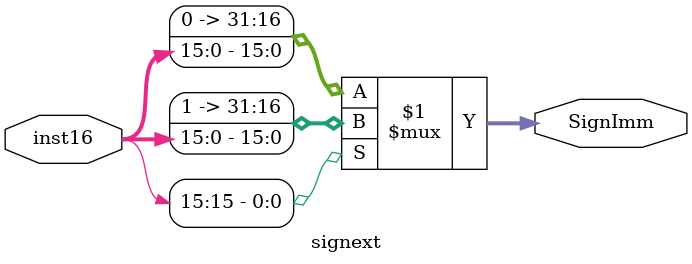
<source format=v>
`timescale 1ns / 1ps
module signext(
    input [15:0] inst16,
    output [31:0] SignImm
    );
assign SignImm = inst16[15:15]?{16'hffff, inst16} : {16'h0000, inst16};

endmodule

</source>
